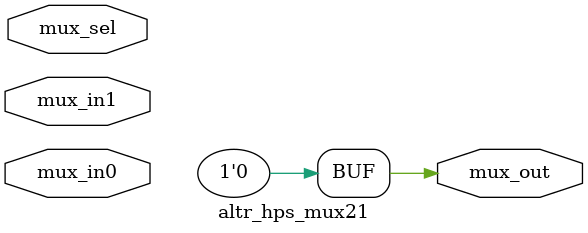
<source format=v>
module altr_hps_mux21(	// file.cleaned.mlir:2:3
  input  mux_in0,	// file.cleaned.mlir:2:32
         mux_in1,	// file.cleaned.mlir:2:50
         mux_sel,	// file.cleaned.mlir:2:68
  output mux_out	// file.cleaned.mlir:2:87
);

  assign mux_out = 1'h0;	// file.cleaned.mlir:3:14, :4:5
endmodule


</source>
